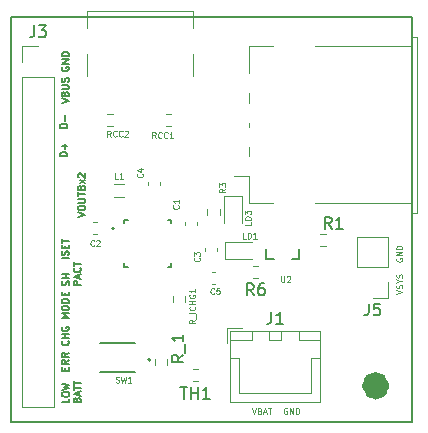
<source format=gto>
%TF.GenerationSoftware,KiCad,Pcbnew,7.0.2*%
%TF.CreationDate,2025-03-07T15:38:25-05:00*%
%TF.ProjectId,2nPM1100,326e504d-3131-4303-902e-6b696361645f,rev?*%
%TF.SameCoordinates,Original*%
%TF.FileFunction,Legend,Top*%
%TF.FilePolarity,Positive*%
%FSLAX46Y46*%
G04 Gerber Fmt 4.6, Leading zero omitted, Abs format (unit mm)*
G04 Created by KiCad (PCBNEW 7.0.2) date 2025-03-07 15:38:25*
%MOMM*%
%LPD*%
G01*
G04 APERTURE LIST*
%ADD10C,0.150000*%
%ADD11C,1.150000*%
%ADD12C,0.125000*%
%ADD13C,0.120000*%
%ADD14C,0.203200*%
%ADD15C,0.127000*%
%ADD16C,0.200000*%
G04 APERTURE END LIST*
D10*
X111379000Y-100330000D02*
X77470000Y-100330000D01*
D11*
X108906000Y-97282000D02*
G75*
G03*
X108906000Y-97282000I-575000J0D01*
G01*
D10*
X111379000Y-66040000D02*
X111379000Y-100330000D01*
X77470000Y-66040000D02*
X111379000Y-66040000D01*
X77470000Y-100330000D02*
X77470000Y-66040000D01*
X82365000Y-88785714D02*
X82393571Y-88700000D01*
X82393571Y-88700000D02*
X82393571Y-88557142D01*
X82393571Y-88557142D02*
X82365000Y-88500000D01*
X82365000Y-88500000D02*
X82336428Y-88471428D01*
X82336428Y-88471428D02*
X82279285Y-88442857D01*
X82279285Y-88442857D02*
X82222142Y-88442857D01*
X82222142Y-88442857D02*
X82165000Y-88471428D01*
X82165000Y-88471428D02*
X82136428Y-88500000D01*
X82136428Y-88500000D02*
X82107857Y-88557142D01*
X82107857Y-88557142D02*
X82079285Y-88671428D01*
X82079285Y-88671428D02*
X82050714Y-88728571D01*
X82050714Y-88728571D02*
X82022142Y-88757142D01*
X82022142Y-88757142D02*
X81965000Y-88785714D01*
X81965000Y-88785714D02*
X81907857Y-88785714D01*
X81907857Y-88785714D02*
X81850714Y-88757142D01*
X81850714Y-88757142D02*
X81822142Y-88728571D01*
X81822142Y-88728571D02*
X81793571Y-88671428D01*
X81793571Y-88671428D02*
X81793571Y-88528571D01*
X81793571Y-88528571D02*
X81822142Y-88442857D01*
X82393571Y-88185713D02*
X81793571Y-88185713D01*
X82079285Y-88185713D02*
X82079285Y-87842856D01*
X82393571Y-87842856D02*
X81793571Y-87842856D01*
X83365571Y-88757142D02*
X82765571Y-88757142D01*
X82765571Y-88757142D02*
X82765571Y-88528571D01*
X82765571Y-88528571D02*
X82794142Y-88471428D01*
X82794142Y-88471428D02*
X82822714Y-88442857D01*
X82822714Y-88442857D02*
X82879857Y-88414285D01*
X82879857Y-88414285D02*
X82965571Y-88414285D01*
X82965571Y-88414285D02*
X83022714Y-88442857D01*
X83022714Y-88442857D02*
X83051285Y-88471428D01*
X83051285Y-88471428D02*
X83079857Y-88528571D01*
X83079857Y-88528571D02*
X83079857Y-88757142D01*
X83194142Y-88185714D02*
X83194142Y-87900000D01*
X83365571Y-88242857D02*
X82765571Y-88042857D01*
X82765571Y-88042857D02*
X83365571Y-87842857D01*
X83308428Y-87299999D02*
X83337000Y-87328571D01*
X83337000Y-87328571D02*
X83365571Y-87414285D01*
X83365571Y-87414285D02*
X83365571Y-87471428D01*
X83365571Y-87471428D02*
X83337000Y-87557142D01*
X83337000Y-87557142D02*
X83279857Y-87614285D01*
X83279857Y-87614285D02*
X83222714Y-87642856D01*
X83222714Y-87642856D02*
X83108428Y-87671428D01*
X83108428Y-87671428D02*
X83022714Y-87671428D01*
X83022714Y-87671428D02*
X82908428Y-87642856D01*
X82908428Y-87642856D02*
X82851285Y-87614285D01*
X82851285Y-87614285D02*
X82794142Y-87557142D01*
X82794142Y-87557142D02*
X82765571Y-87471428D01*
X82765571Y-87471428D02*
X82765571Y-87414285D01*
X82765571Y-87414285D02*
X82794142Y-87328571D01*
X82794142Y-87328571D02*
X82822714Y-87299999D01*
X82765571Y-87128571D02*
X82765571Y-86785714D01*
X83365571Y-86957142D02*
X82765571Y-86957142D01*
X82222571Y-77835142D02*
X81622571Y-77835142D01*
X81622571Y-77835142D02*
X81622571Y-77692285D01*
X81622571Y-77692285D02*
X81651142Y-77606571D01*
X81651142Y-77606571D02*
X81708285Y-77549428D01*
X81708285Y-77549428D02*
X81765428Y-77520857D01*
X81765428Y-77520857D02*
X81879714Y-77492285D01*
X81879714Y-77492285D02*
X81965428Y-77492285D01*
X81965428Y-77492285D02*
X82079714Y-77520857D01*
X82079714Y-77520857D02*
X82136857Y-77549428D01*
X82136857Y-77549428D02*
X82194000Y-77606571D01*
X82194000Y-77606571D02*
X82222571Y-77692285D01*
X82222571Y-77692285D02*
X82222571Y-77835142D01*
X81994000Y-77235142D02*
X81994000Y-76778000D01*
X82222571Y-77006571D02*
X81765428Y-77006571D01*
X81778142Y-70281857D02*
X81749571Y-70339000D01*
X81749571Y-70339000D02*
X81749571Y-70424714D01*
X81749571Y-70424714D02*
X81778142Y-70510428D01*
X81778142Y-70510428D02*
X81835285Y-70567571D01*
X81835285Y-70567571D02*
X81892428Y-70596142D01*
X81892428Y-70596142D02*
X82006714Y-70624714D01*
X82006714Y-70624714D02*
X82092428Y-70624714D01*
X82092428Y-70624714D02*
X82206714Y-70596142D01*
X82206714Y-70596142D02*
X82263857Y-70567571D01*
X82263857Y-70567571D02*
X82321000Y-70510428D01*
X82321000Y-70510428D02*
X82349571Y-70424714D01*
X82349571Y-70424714D02*
X82349571Y-70367571D01*
X82349571Y-70367571D02*
X82321000Y-70281857D01*
X82321000Y-70281857D02*
X82292428Y-70253285D01*
X82292428Y-70253285D02*
X82092428Y-70253285D01*
X82092428Y-70253285D02*
X82092428Y-70367571D01*
X82349571Y-69996142D02*
X81749571Y-69996142D01*
X81749571Y-69996142D02*
X82349571Y-69653285D01*
X82349571Y-69653285D02*
X81749571Y-69653285D01*
X82349571Y-69367571D02*
X81749571Y-69367571D01*
X81749571Y-69367571D02*
X81749571Y-69224714D01*
X81749571Y-69224714D02*
X81778142Y-69139000D01*
X81778142Y-69139000D02*
X81835285Y-69081857D01*
X81835285Y-69081857D02*
X81892428Y-69053286D01*
X81892428Y-69053286D02*
X82006714Y-69024714D01*
X82006714Y-69024714D02*
X82092428Y-69024714D01*
X82092428Y-69024714D02*
X82206714Y-69053286D01*
X82206714Y-69053286D02*
X82263857Y-69081857D01*
X82263857Y-69081857D02*
X82321000Y-69139000D01*
X82321000Y-69139000D02*
X82349571Y-69224714D01*
X82349571Y-69224714D02*
X82349571Y-69367571D01*
X82349571Y-91551142D02*
X81749571Y-91551142D01*
X81749571Y-91551142D02*
X82178142Y-91351142D01*
X82178142Y-91351142D02*
X81749571Y-91151142D01*
X81749571Y-91151142D02*
X82349571Y-91151142D01*
X81749571Y-90751143D02*
X81749571Y-90636857D01*
X81749571Y-90636857D02*
X81778142Y-90579714D01*
X81778142Y-90579714D02*
X81835285Y-90522571D01*
X81835285Y-90522571D02*
X81949571Y-90494000D01*
X81949571Y-90494000D02*
X82149571Y-90494000D01*
X82149571Y-90494000D02*
X82263857Y-90522571D01*
X82263857Y-90522571D02*
X82321000Y-90579714D01*
X82321000Y-90579714D02*
X82349571Y-90636857D01*
X82349571Y-90636857D02*
X82349571Y-90751143D01*
X82349571Y-90751143D02*
X82321000Y-90808286D01*
X82321000Y-90808286D02*
X82263857Y-90865428D01*
X82263857Y-90865428D02*
X82149571Y-90894000D01*
X82149571Y-90894000D02*
X81949571Y-90894000D01*
X81949571Y-90894000D02*
X81835285Y-90865428D01*
X81835285Y-90865428D02*
X81778142Y-90808286D01*
X81778142Y-90808286D02*
X81749571Y-90751143D01*
X82349571Y-90236857D02*
X81749571Y-90236857D01*
X81749571Y-90236857D02*
X81749571Y-90094000D01*
X81749571Y-90094000D02*
X81778142Y-90008286D01*
X81778142Y-90008286D02*
X81835285Y-89951143D01*
X81835285Y-89951143D02*
X81892428Y-89922572D01*
X81892428Y-89922572D02*
X82006714Y-89894000D01*
X82006714Y-89894000D02*
X82092428Y-89894000D01*
X82092428Y-89894000D02*
X82206714Y-89922572D01*
X82206714Y-89922572D02*
X82263857Y-89951143D01*
X82263857Y-89951143D02*
X82321000Y-90008286D01*
X82321000Y-90008286D02*
X82349571Y-90094000D01*
X82349571Y-90094000D02*
X82349571Y-90236857D01*
X82035285Y-89636857D02*
X82035285Y-89436857D01*
X82349571Y-89351143D02*
X82349571Y-89636857D01*
X82349571Y-89636857D02*
X81749571Y-89636857D01*
X81749571Y-89636857D02*
X81749571Y-89351143D01*
X82393571Y-98377428D02*
X82393571Y-98663142D01*
X82393571Y-98663142D02*
X81793571Y-98663142D01*
X81793571Y-98063143D02*
X81793571Y-97948857D01*
X81793571Y-97948857D02*
X81822142Y-97891714D01*
X81822142Y-97891714D02*
X81879285Y-97834571D01*
X81879285Y-97834571D02*
X81993571Y-97806000D01*
X81993571Y-97806000D02*
X82193571Y-97806000D01*
X82193571Y-97806000D02*
X82307857Y-97834571D01*
X82307857Y-97834571D02*
X82365000Y-97891714D01*
X82365000Y-97891714D02*
X82393571Y-97948857D01*
X82393571Y-97948857D02*
X82393571Y-98063143D01*
X82393571Y-98063143D02*
X82365000Y-98120286D01*
X82365000Y-98120286D02*
X82307857Y-98177428D01*
X82307857Y-98177428D02*
X82193571Y-98206000D01*
X82193571Y-98206000D02*
X81993571Y-98206000D01*
X81993571Y-98206000D02*
X81879285Y-98177428D01*
X81879285Y-98177428D02*
X81822142Y-98120286D01*
X81822142Y-98120286D02*
X81793571Y-98063143D01*
X81793571Y-97606000D02*
X82393571Y-97463143D01*
X82393571Y-97463143D02*
X81965000Y-97348857D01*
X81965000Y-97348857D02*
X82393571Y-97234572D01*
X82393571Y-97234572D02*
X81793571Y-97091715D01*
X83051285Y-98463142D02*
X83079857Y-98377428D01*
X83079857Y-98377428D02*
X83108428Y-98348857D01*
X83108428Y-98348857D02*
X83165571Y-98320285D01*
X83165571Y-98320285D02*
X83251285Y-98320285D01*
X83251285Y-98320285D02*
X83308428Y-98348857D01*
X83308428Y-98348857D02*
X83337000Y-98377428D01*
X83337000Y-98377428D02*
X83365571Y-98434571D01*
X83365571Y-98434571D02*
X83365571Y-98663142D01*
X83365571Y-98663142D02*
X82765571Y-98663142D01*
X82765571Y-98663142D02*
X82765571Y-98463142D01*
X82765571Y-98463142D02*
X82794142Y-98406000D01*
X82794142Y-98406000D02*
X82822714Y-98377428D01*
X82822714Y-98377428D02*
X82879857Y-98348857D01*
X82879857Y-98348857D02*
X82937000Y-98348857D01*
X82937000Y-98348857D02*
X82994142Y-98377428D01*
X82994142Y-98377428D02*
X83022714Y-98406000D01*
X83022714Y-98406000D02*
X83051285Y-98463142D01*
X83051285Y-98463142D02*
X83051285Y-98663142D01*
X83194142Y-98091714D02*
X83194142Y-97806000D01*
X83365571Y-98148857D02*
X82765571Y-97948857D01*
X82765571Y-97948857D02*
X83365571Y-97748857D01*
X82765571Y-97634571D02*
X82765571Y-97291714D01*
X83365571Y-97463142D02*
X82765571Y-97463142D01*
X82765571Y-97177428D02*
X82765571Y-96834571D01*
X83365571Y-97005999D02*
X82765571Y-97005999D01*
D12*
X100838047Y-99196119D02*
X100790428Y-99172309D01*
X100790428Y-99172309D02*
X100718999Y-99172309D01*
X100718999Y-99172309D02*
X100647571Y-99196119D01*
X100647571Y-99196119D02*
X100599952Y-99243738D01*
X100599952Y-99243738D02*
X100576142Y-99291357D01*
X100576142Y-99291357D02*
X100552333Y-99386595D01*
X100552333Y-99386595D02*
X100552333Y-99458023D01*
X100552333Y-99458023D02*
X100576142Y-99553261D01*
X100576142Y-99553261D02*
X100599952Y-99600880D01*
X100599952Y-99600880D02*
X100647571Y-99648500D01*
X100647571Y-99648500D02*
X100718999Y-99672309D01*
X100718999Y-99672309D02*
X100766618Y-99672309D01*
X100766618Y-99672309D02*
X100838047Y-99648500D01*
X100838047Y-99648500D02*
X100861856Y-99624690D01*
X100861856Y-99624690D02*
X100861856Y-99458023D01*
X100861856Y-99458023D02*
X100766618Y-99458023D01*
X101076142Y-99672309D02*
X101076142Y-99172309D01*
X101076142Y-99172309D02*
X101361856Y-99672309D01*
X101361856Y-99672309D02*
X101361856Y-99172309D01*
X101599952Y-99672309D02*
X101599952Y-99172309D01*
X101599952Y-99172309D02*
X101719000Y-99172309D01*
X101719000Y-99172309D02*
X101790428Y-99196119D01*
X101790428Y-99196119D02*
X101838047Y-99243738D01*
X101838047Y-99243738D02*
X101861857Y-99291357D01*
X101861857Y-99291357D02*
X101885666Y-99386595D01*
X101885666Y-99386595D02*
X101885666Y-99458023D01*
X101885666Y-99458023D02*
X101861857Y-99553261D01*
X101861857Y-99553261D02*
X101838047Y-99600880D01*
X101838047Y-99600880D02*
X101790428Y-99648500D01*
X101790428Y-99648500D02*
X101719000Y-99672309D01*
X101719000Y-99672309D02*
X101599952Y-99672309D01*
X110094309Y-89503141D02*
X110594309Y-89336475D01*
X110594309Y-89336475D02*
X110094309Y-89169808D01*
X110570500Y-89026951D02*
X110594309Y-88955523D01*
X110594309Y-88955523D02*
X110594309Y-88836475D01*
X110594309Y-88836475D02*
X110570500Y-88788856D01*
X110570500Y-88788856D02*
X110546690Y-88765047D01*
X110546690Y-88765047D02*
X110499071Y-88741237D01*
X110499071Y-88741237D02*
X110451452Y-88741237D01*
X110451452Y-88741237D02*
X110403833Y-88765047D01*
X110403833Y-88765047D02*
X110380023Y-88788856D01*
X110380023Y-88788856D02*
X110356214Y-88836475D01*
X110356214Y-88836475D02*
X110332404Y-88931713D01*
X110332404Y-88931713D02*
X110308595Y-88979332D01*
X110308595Y-88979332D02*
X110284785Y-89003142D01*
X110284785Y-89003142D02*
X110237166Y-89026951D01*
X110237166Y-89026951D02*
X110189547Y-89026951D01*
X110189547Y-89026951D02*
X110141928Y-89003142D01*
X110141928Y-89003142D02*
X110118119Y-88979332D01*
X110118119Y-88979332D02*
X110094309Y-88931713D01*
X110094309Y-88931713D02*
X110094309Y-88812666D01*
X110094309Y-88812666D02*
X110118119Y-88741237D01*
X110356214Y-88431714D02*
X110594309Y-88431714D01*
X110094309Y-88598380D02*
X110356214Y-88431714D01*
X110356214Y-88431714D02*
X110094309Y-88265047D01*
X110570500Y-88122190D02*
X110594309Y-88050762D01*
X110594309Y-88050762D02*
X110594309Y-87931714D01*
X110594309Y-87931714D02*
X110570500Y-87884095D01*
X110570500Y-87884095D02*
X110546690Y-87860286D01*
X110546690Y-87860286D02*
X110499071Y-87836476D01*
X110499071Y-87836476D02*
X110451452Y-87836476D01*
X110451452Y-87836476D02*
X110403833Y-87860286D01*
X110403833Y-87860286D02*
X110380023Y-87884095D01*
X110380023Y-87884095D02*
X110356214Y-87931714D01*
X110356214Y-87931714D02*
X110332404Y-88026952D01*
X110332404Y-88026952D02*
X110308595Y-88074571D01*
X110308595Y-88074571D02*
X110284785Y-88098381D01*
X110284785Y-88098381D02*
X110237166Y-88122190D01*
X110237166Y-88122190D02*
X110189547Y-88122190D01*
X110189547Y-88122190D02*
X110141928Y-88098381D01*
X110141928Y-88098381D02*
X110118119Y-88074571D01*
X110118119Y-88074571D02*
X110094309Y-88026952D01*
X110094309Y-88026952D02*
X110094309Y-87907905D01*
X110094309Y-87907905D02*
X110118119Y-87836476D01*
D10*
X81749571Y-73348857D02*
X82349571Y-73148857D01*
X82349571Y-73148857D02*
X81749571Y-72948857D01*
X82035285Y-72548856D02*
X82063857Y-72463142D01*
X82063857Y-72463142D02*
X82092428Y-72434571D01*
X82092428Y-72434571D02*
X82149571Y-72405999D01*
X82149571Y-72405999D02*
X82235285Y-72405999D01*
X82235285Y-72405999D02*
X82292428Y-72434571D01*
X82292428Y-72434571D02*
X82321000Y-72463142D01*
X82321000Y-72463142D02*
X82349571Y-72520285D01*
X82349571Y-72520285D02*
X82349571Y-72748856D01*
X82349571Y-72748856D02*
X81749571Y-72748856D01*
X81749571Y-72748856D02*
X81749571Y-72548856D01*
X81749571Y-72548856D02*
X81778142Y-72491714D01*
X81778142Y-72491714D02*
X81806714Y-72463142D01*
X81806714Y-72463142D02*
X81863857Y-72434571D01*
X81863857Y-72434571D02*
X81921000Y-72434571D01*
X81921000Y-72434571D02*
X81978142Y-72463142D01*
X81978142Y-72463142D02*
X82006714Y-72491714D01*
X82006714Y-72491714D02*
X82035285Y-72548856D01*
X82035285Y-72548856D02*
X82035285Y-72748856D01*
X81749571Y-72148856D02*
X82235285Y-72148856D01*
X82235285Y-72148856D02*
X82292428Y-72120285D01*
X82292428Y-72120285D02*
X82321000Y-72091714D01*
X82321000Y-72091714D02*
X82349571Y-72034571D01*
X82349571Y-72034571D02*
X82349571Y-71920285D01*
X82349571Y-71920285D02*
X82321000Y-71863142D01*
X82321000Y-71863142D02*
X82292428Y-71834571D01*
X82292428Y-71834571D02*
X82235285Y-71805999D01*
X82235285Y-71805999D02*
X81749571Y-71805999D01*
X82321000Y-71548857D02*
X82349571Y-71463143D01*
X82349571Y-71463143D02*
X82349571Y-71320285D01*
X82349571Y-71320285D02*
X82321000Y-71263143D01*
X82321000Y-71263143D02*
X82292428Y-71234571D01*
X82292428Y-71234571D02*
X82235285Y-71206000D01*
X82235285Y-71206000D02*
X82178142Y-71206000D01*
X82178142Y-71206000D02*
X82121000Y-71234571D01*
X82121000Y-71234571D02*
X82092428Y-71263143D01*
X82092428Y-71263143D02*
X82063857Y-71320285D01*
X82063857Y-71320285D02*
X82035285Y-71434571D01*
X82035285Y-71434571D02*
X82006714Y-71491714D01*
X82006714Y-71491714D02*
X81978142Y-71520285D01*
X81978142Y-71520285D02*
X81921000Y-71548857D01*
X81921000Y-71548857D02*
X81863857Y-71548857D01*
X81863857Y-71548857D02*
X81806714Y-71520285D01*
X81806714Y-71520285D02*
X81778142Y-71491714D01*
X81778142Y-71491714D02*
X81749571Y-71434571D01*
X81749571Y-71434571D02*
X81749571Y-71291714D01*
X81749571Y-71291714D02*
X81778142Y-71206000D01*
X82292428Y-93494285D02*
X82321000Y-93522857D01*
X82321000Y-93522857D02*
X82349571Y-93608571D01*
X82349571Y-93608571D02*
X82349571Y-93665714D01*
X82349571Y-93665714D02*
X82321000Y-93751428D01*
X82321000Y-93751428D02*
X82263857Y-93808571D01*
X82263857Y-93808571D02*
X82206714Y-93837142D01*
X82206714Y-93837142D02*
X82092428Y-93865714D01*
X82092428Y-93865714D02*
X82006714Y-93865714D01*
X82006714Y-93865714D02*
X81892428Y-93837142D01*
X81892428Y-93837142D02*
X81835285Y-93808571D01*
X81835285Y-93808571D02*
X81778142Y-93751428D01*
X81778142Y-93751428D02*
X81749571Y-93665714D01*
X81749571Y-93665714D02*
X81749571Y-93608571D01*
X81749571Y-93608571D02*
X81778142Y-93522857D01*
X81778142Y-93522857D02*
X81806714Y-93494285D01*
X82349571Y-93237142D02*
X81749571Y-93237142D01*
X82035285Y-93237142D02*
X82035285Y-92894285D01*
X82349571Y-92894285D02*
X81749571Y-92894285D01*
X81778142Y-92294286D02*
X81749571Y-92351429D01*
X81749571Y-92351429D02*
X81749571Y-92437143D01*
X81749571Y-92437143D02*
X81778142Y-92522857D01*
X81778142Y-92522857D02*
X81835285Y-92580000D01*
X81835285Y-92580000D02*
X81892428Y-92608571D01*
X81892428Y-92608571D02*
X82006714Y-92637143D01*
X82006714Y-92637143D02*
X82092428Y-92637143D01*
X82092428Y-92637143D02*
X82206714Y-92608571D01*
X82206714Y-92608571D02*
X82263857Y-92580000D01*
X82263857Y-92580000D02*
X82321000Y-92522857D01*
X82321000Y-92522857D02*
X82349571Y-92437143D01*
X82349571Y-92437143D02*
X82349571Y-92380000D01*
X82349571Y-92380000D02*
X82321000Y-92294286D01*
X82321000Y-92294286D02*
X82292428Y-92265714D01*
X82292428Y-92265714D02*
X82092428Y-92265714D01*
X82092428Y-92265714D02*
X82092428Y-92380000D01*
D12*
X110118119Y-86486952D02*
X110094309Y-86534571D01*
X110094309Y-86534571D02*
X110094309Y-86606000D01*
X110094309Y-86606000D02*
X110118119Y-86677428D01*
X110118119Y-86677428D02*
X110165738Y-86725047D01*
X110165738Y-86725047D02*
X110213357Y-86748857D01*
X110213357Y-86748857D02*
X110308595Y-86772666D01*
X110308595Y-86772666D02*
X110380023Y-86772666D01*
X110380023Y-86772666D02*
X110475261Y-86748857D01*
X110475261Y-86748857D02*
X110522880Y-86725047D01*
X110522880Y-86725047D02*
X110570500Y-86677428D01*
X110570500Y-86677428D02*
X110594309Y-86606000D01*
X110594309Y-86606000D02*
X110594309Y-86558381D01*
X110594309Y-86558381D02*
X110570500Y-86486952D01*
X110570500Y-86486952D02*
X110546690Y-86463143D01*
X110546690Y-86463143D02*
X110380023Y-86463143D01*
X110380023Y-86463143D02*
X110380023Y-86558381D01*
X110594309Y-86248857D02*
X110094309Y-86248857D01*
X110094309Y-86248857D02*
X110594309Y-85963143D01*
X110594309Y-85963143D02*
X110094309Y-85963143D01*
X110594309Y-85725047D02*
X110094309Y-85725047D01*
X110094309Y-85725047D02*
X110094309Y-85605999D01*
X110094309Y-85605999D02*
X110118119Y-85534571D01*
X110118119Y-85534571D02*
X110165738Y-85486952D01*
X110165738Y-85486952D02*
X110213357Y-85463142D01*
X110213357Y-85463142D02*
X110308595Y-85439333D01*
X110308595Y-85439333D02*
X110380023Y-85439333D01*
X110380023Y-85439333D02*
X110475261Y-85463142D01*
X110475261Y-85463142D02*
X110522880Y-85486952D01*
X110522880Y-85486952D02*
X110570500Y-85534571D01*
X110570500Y-85534571D02*
X110594309Y-85605999D01*
X110594309Y-85605999D02*
X110594309Y-85725047D01*
D10*
X82349571Y-86471142D02*
X81749571Y-86471142D01*
X82321000Y-86214000D02*
X82349571Y-86128286D01*
X82349571Y-86128286D02*
X82349571Y-85985428D01*
X82349571Y-85985428D02*
X82321000Y-85928286D01*
X82321000Y-85928286D02*
X82292428Y-85899714D01*
X82292428Y-85899714D02*
X82235285Y-85871143D01*
X82235285Y-85871143D02*
X82178142Y-85871143D01*
X82178142Y-85871143D02*
X82121000Y-85899714D01*
X82121000Y-85899714D02*
X82092428Y-85928286D01*
X82092428Y-85928286D02*
X82063857Y-85985428D01*
X82063857Y-85985428D02*
X82035285Y-86099714D01*
X82035285Y-86099714D02*
X82006714Y-86156857D01*
X82006714Y-86156857D02*
X81978142Y-86185428D01*
X81978142Y-86185428D02*
X81921000Y-86214000D01*
X81921000Y-86214000D02*
X81863857Y-86214000D01*
X81863857Y-86214000D02*
X81806714Y-86185428D01*
X81806714Y-86185428D02*
X81778142Y-86156857D01*
X81778142Y-86156857D02*
X81749571Y-86099714D01*
X81749571Y-86099714D02*
X81749571Y-85956857D01*
X81749571Y-85956857D02*
X81778142Y-85871143D01*
X82035285Y-85613999D02*
X82035285Y-85413999D01*
X82349571Y-85328285D02*
X82349571Y-85613999D01*
X82349571Y-85613999D02*
X81749571Y-85613999D01*
X81749571Y-85613999D02*
X81749571Y-85328285D01*
X81749571Y-85156857D02*
X81749571Y-84814000D01*
X82349571Y-84985428D02*
X81749571Y-84985428D01*
D12*
X97857572Y-99172309D02*
X98024238Y-99672309D01*
X98024238Y-99672309D02*
X98190905Y-99172309D01*
X98524238Y-99410404D02*
X98595666Y-99434214D01*
X98595666Y-99434214D02*
X98619476Y-99458023D01*
X98619476Y-99458023D02*
X98643285Y-99505642D01*
X98643285Y-99505642D02*
X98643285Y-99577071D01*
X98643285Y-99577071D02*
X98619476Y-99624690D01*
X98619476Y-99624690D02*
X98595666Y-99648500D01*
X98595666Y-99648500D02*
X98548047Y-99672309D01*
X98548047Y-99672309D02*
X98357571Y-99672309D01*
X98357571Y-99672309D02*
X98357571Y-99172309D01*
X98357571Y-99172309D02*
X98524238Y-99172309D01*
X98524238Y-99172309D02*
X98571857Y-99196119D01*
X98571857Y-99196119D02*
X98595666Y-99219928D01*
X98595666Y-99219928D02*
X98619476Y-99267547D01*
X98619476Y-99267547D02*
X98619476Y-99315166D01*
X98619476Y-99315166D02*
X98595666Y-99362785D01*
X98595666Y-99362785D02*
X98571857Y-99386595D01*
X98571857Y-99386595D02*
X98524238Y-99410404D01*
X98524238Y-99410404D02*
X98357571Y-99410404D01*
X98833762Y-99529452D02*
X99071857Y-99529452D01*
X98786143Y-99672309D02*
X98952809Y-99172309D01*
X98952809Y-99172309D02*
X99119476Y-99672309D01*
X99214714Y-99172309D02*
X99500428Y-99172309D01*
X99357571Y-99672309D02*
X99357571Y-99172309D01*
D10*
X82035285Y-95996142D02*
X82035285Y-95796142D01*
X82349571Y-95710428D02*
X82349571Y-95996142D01*
X82349571Y-95996142D02*
X81749571Y-95996142D01*
X81749571Y-95996142D02*
X81749571Y-95710428D01*
X82349571Y-95110428D02*
X82063857Y-95310428D01*
X82349571Y-95453285D02*
X81749571Y-95453285D01*
X81749571Y-95453285D02*
X81749571Y-95224714D01*
X81749571Y-95224714D02*
X81778142Y-95167571D01*
X81778142Y-95167571D02*
X81806714Y-95139000D01*
X81806714Y-95139000D02*
X81863857Y-95110428D01*
X81863857Y-95110428D02*
X81949571Y-95110428D01*
X81949571Y-95110428D02*
X82006714Y-95139000D01*
X82006714Y-95139000D02*
X82035285Y-95167571D01*
X82035285Y-95167571D02*
X82063857Y-95224714D01*
X82063857Y-95224714D02*
X82063857Y-95453285D01*
X82349571Y-94510428D02*
X82063857Y-94710428D01*
X82349571Y-94853285D02*
X81749571Y-94853285D01*
X81749571Y-94853285D02*
X81749571Y-94624714D01*
X81749571Y-94624714D02*
X81778142Y-94567571D01*
X81778142Y-94567571D02*
X81806714Y-94539000D01*
X81806714Y-94539000D02*
X81863857Y-94510428D01*
X81863857Y-94510428D02*
X81949571Y-94510428D01*
X81949571Y-94510428D02*
X82006714Y-94539000D01*
X82006714Y-94539000D02*
X82035285Y-94567571D01*
X82035285Y-94567571D02*
X82063857Y-94624714D01*
X82063857Y-94624714D02*
X82063857Y-94853285D01*
X83146571Y-83000857D02*
X83746571Y-82800857D01*
X83746571Y-82800857D02*
X83146571Y-82600857D01*
X83146571Y-82286571D02*
X83146571Y-82172285D01*
X83146571Y-82172285D02*
X83175142Y-82115142D01*
X83175142Y-82115142D02*
X83232285Y-82057999D01*
X83232285Y-82057999D02*
X83346571Y-82029428D01*
X83346571Y-82029428D02*
X83546571Y-82029428D01*
X83546571Y-82029428D02*
X83660857Y-82057999D01*
X83660857Y-82057999D02*
X83718000Y-82115142D01*
X83718000Y-82115142D02*
X83746571Y-82172285D01*
X83746571Y-82172285D02*
X83746571Y-82286571D01*
X83746571Y-82286571D02*
X83718000Y-82343714D01*
X83718000Y-82343714D02*
X83660857Y-82400856D01*
X83660857Y-82400856D02*
X83546571Y-82429428D01*
X83546571Y-82429428D02*
X83346571Y-82429428D01*
X83346571Y-82429428D02*
X83232285Y-82400856D01*
X83232285Y-82400856D02*
X83175142Y-82343714D01*
X83175142Y-82343714D02*
X83146571Y-82286571D01*
X83146571Y-81772285D02*
X83632285Y-81772285D01*
X83632285Y-81772285D02*
X83689428Y-81743714D01*
X83689428Y-81743714D02*
X83718000Y-81715143D01*
X83718000Y-81715143D02*
X83746571Y-81658000D01*
X83746571Y-81658000D02*
X83746571Y-81543714D01*
X83746571Y-81543714D02*
X83718000Y-81486571D01*
X83718000Y-81486571D02*
X83689428Y-81458000D01*
X83689428Y-81458000D02*
X83632285Y-81429428D01*
X83632285Y-81429428D02*
X83146571Y-81429428D01*
X83146571Y-81229429D02*
X83146571Y-80886572D01*
X83746571Y-81058000D02*
X83146571Y-81058000D01*
X83432285Y-80486571D02*
X83460857Y-80400857D01*
X83460857Y-80400857D02*
X83489428Y-80372286D01*
X83489428Y-80372286D02*
X83546571Y-80343714D01*
X83546571Y-80343714D02*
X83632285Y-80343714D01*
X83632285Y-80343714D02*
X83689428Y-80372286D01*
X83689428Y-80372286D02*
X83718000Y-80400857D01*
X83718000Y-80400857D02*
X83746571Y-80458000D01*
X83746571Y-80458000D02*
X83746571Y-80686571D01*
X83746571Y-80686571D02*
X83146571Y-80686571D01*
X83146571Y-80686571D02*
X83146571Y-80486571D01*
X83146571Y-80486571D02*
X83175142Y-80429429D01*
X83175142Y-80429429D02*
X83203714Y-80400857D01*
X83203714Y-80400857D02*
X83260857Y-80372286D01*
X83260857Y-80372286D02*
X83318000Y-80372286D01*
X83318000Y-80372286D02*
X83375142Y-80400857D01*
X83375142Y-80400857D02*
X83403714Y-80429429D01*
X83403714Y-80429429D02*
X83432285Y-80486571D01*
X83432285Y-80486571D02*
X83432285Y-80686571D01*
X83746571Y-80143714D02*
X83346571Y-79829429D01*
X83346571Y-80143714D02*
X83746571Y-79829429D01*
X83203714Y-79629429D02*
X83175142Y-79600857D01*
X83175142Y-79600857D02*
X83146571Y-79543715D01*
X83146571Y-79543715D02*
X83146571Y-79400857D01*
X83146571Y-79400857D02*
X83175142Y-79343715D01*
X83175142Y-79343715D02*
X83203714Y-79315143D01*
X83203714Y-79315143D02*
X83260857Y-79286572D01*
X83260857Y-79286572D02*
X83318000Y-79286572D01*
X83318000Y-79286572D02*
X83403714Y-79315143D01*
X83403714Y-79315143D02*
X83746571Y-79658000D01*
X83746571Y-79658000D02*
X83746571Y-79286572D01*
X82222571Y-75422142D02*
X81622571Y-75422142D01*
X81622571Y-75422142D02*
X81622571Y-75279285D01*
X81622571Y-75279285D02*
X81651142Y-75193571D01*
X81651142Y-75193571D02*
X81708285Y-75136428D01*
X81708285Y-75136428D02*
X81765428Y-75107857D01*
X81765428Y-75107857D02*
X81879714Y-75079285D01*
X81879714Y-75079285D02*
X81965428Y-75079285D01*
X81965428Y-75079285D02*
X82079714Y-75107857D01*
X82079714Y-75107857D02*
X82136857Y-75136428D01*
X82136857Y-75136428D02*
X82194000Y-75193571D01*
X82194000Y-75193571D02*
X82222571Y-75279285D01*
X82222571Y-75279285D02*
X82222571Y-75422142D01*
X81994000Y-74822142D02*
X81994000Y-74365000D01*
D12*
%TO.C,R3*%
X95608309Y-80601333D02*
X95370214Y-80767999D01*
X95608309Y-80887047D02*
X95108309Y-80887047D01*
X95108309Y-80887047D02*
X95108309Y-80696571D01*
X95108309Y-80696571D02*
X95132119Y-80648952D01*
X95132119Y-80648952D02*
X95155928Y-80625142D01*
X95155928Y-80625142D02*
X95203547Y-80601333D01*
X95203547Y-80601333D02*
X95274976Y-80601333D01*
X95274976Y-80601333D02*
X95322595Y-80625142D01*
X95322595Y-80625142D02*
X95346404Y-80648952D01*
X95346404Y-80648952D02*
X95370214Y-80696571D01*
X95370214Y-80696571D02*
X95370214Y-80887047D01*
X95108309Y-80434666D02*
X95108309Y-80125142D01*
X95108309Y-80125142D02*
X95298785Y-80291809D01*
X95298785Y-80291809D02*
X95298785Y-80220380D01*
X95298785Y-80220380D02*
X95322595Y-80172761D01*
X95322595Y-80172761D02*
X95346404Y-80148952D01*
X95346404Y-80148952D02*
X95394023Y-80125142D01*
X95394023Y-80125142D02*
X95513071Y-80125142D01*
X95513071Y-80125142D02*
X95560690Y-80148952D01*
X95560690Y-80148952D02*
X95584500Y-80172761D01*
X95584500Y-80172761D02*
X95608309Y-80220380D01*
X95608309Y-80220380D02*
X95608309Y-80363237D01*
X95608309Y-80363237D02*
X95584500Y-80410856D01*
X95584500Y-80410856D02*
X95560690Y-80434666D01*
%TO.C,C5*%
X94658666Y-89464690D02*
X94634857Y-89488500D01*
X94634857Y-89488500D02*
X94563428Y-89512309D01*
X94563428Y-89512309D02*
X94515809Y-89512309D01*
X94515809Y-89512309D02*
X94444381Y-89488500D01*
X94444381Y-89488500D02*
X94396762Y-89440880D01*
X94396762Y-89440880D02*
X94372952Y-89393261D01*
X94372952Y-89393261D02*
X94349143Y-89298023D01*
X94349143Y-89298023D02*
X94349143Y-89226595D01*
X94349143Y-89226595D02*
X94372952Y-89131357D01*
X94372952Y-89131357D02*
X94396762Y-89083738D01*
X94396762Y-89083738D02*
X94444381Y-89036119D01*
X94444381Y-89036119D02*
X94515809Y-89012309D01*
X94515809Y-89012309D02*
X94563428Y-89012309D01*
X94563428Y-89012309D02*
X94634857Y-89036119D01*
X94634857Y-89036119D02*
X94658666Y-89059928D01*
X95111047Y-89012309D02*
X94872952Y-89012309D01*
X94872952Y-89012309D02*
X94849143Y-89250404D01*
X94849143Y-89250404D02*
X94872952Y-89226595D01*
X94872952Y-89226595D02*
X94920571Y-89202785D01*
X94920571Y-89202785D02*
X95039619Y-89202785D01*
X95039619Y-89202785D02*
X95087238Y-89226595D01*
X95087238Y-89226595D02*
X95111047Y-89250404D01*
X95111047Y-89250404D02*
X95134857Y-89298023D01*
X95134857Y-89298023D02*
X95134857Y-89417071D01*
X95134857Y-89417071D02*
X95111047Y-89464690D01*
X95111047Y-89464690D02*
X95087238Y-89488500D01*
X95087238Y-89488500D02*
X95039619Y-89512309D01*
X95039619Y-89512309D02*
X94920571Y-89512309D01*
X94920571Y-89512309D02*
X94872952Y-89488500D01*
X94872952Y-89488500D02*
X94849143Y-89464690D01*
%TO.C,U2*%
X100330047Y-87996309D02*
X100330047Y-88401071D01*
X100330047Y-88401071D02*
X100353857Y-88448690D01*
X100353857Y-88448690D02*
X100377666Y-88472500D01*
X100377666Y-88472500D02*
X100425285Y-88496309D01*
X100425285Y-88496309D02*
X100520523Y-88496309D01*
X100520523Y-88496309D02*
X100568142Y-88472500D01*
X100568142Y-88472500D02*
X100591952Y-88448690D01*
X100591952Y-88448690D02*
X100615761Y-88401071D01*
X100615761Y-88401071D02*
X100615761Y-87996309D01*
X100830048Y-88043928D02*
X100853857Y-88020119D01*
X100853857Y-88020119D02*
X100901476Y-87996309D01*
X100901476Y-87996309D02*
X101020524Y-87996309D01*
X101020524Y-87996309D02*
X101068143Y-88020119D01*
X101068143Y-88020119D02*
X101091952Y-88043928D01*
X101091952Y-88043928D02*
X101115762Y-88091547D01*
X101115762Y-88091547D02*
X101115762Y-88139166D01*
X101115762Y-88139166D02*
X101091952Y-88210595D01*
X101091952Y-88210595D02*
X100806238Y-88496309D01*
X100806238Y-88496309D02*
X101115762Y-88496309D01*
%TO.C,SW1*%
X86328334Y-96981500D02*
X86399762Y-97005309D01*
X86399762Y-97005309D02*
X86518810Y-97005309D01*
X86518810Y-97005309D02*
X86566429Y-96981500D01*
X86566429Y-96981500D02*
X86590238Y-96957690D01*
X86590238Y-96957690D02*
X86614048Y-96910071D01*
X86614048Y-96910071D02*
X86614048Y-96862452D01*
X86614048Y-96862452D02*
X86590238Y-96814833D01*
X86590238Y-96814833D02*
X86566429Y-96791023D01*
X86566429Y-96791023D02*
X86518810Y-96767214D01*
X86518810Y-96767214D02*
X86423572Y-96743404D01*
X86423572Y-96743404D02*
X86375953Y-96719595D01*
X86375953Y-96719595D02*
X86352143Y-96695785D01*
X86352143Y-96695785D02*
X86328334Y-96648166D01*
X86328334Y-96648166D02*
X86328334Y-96600547D01*
X86328334Y-96600547D02*
X86352143Y-96552928D01*
X86352143Y-96552928D02*
X86375953Y-96529119D01*
X86375953Y-96529119D02*
X86423572Y-96505309D01*
X86423572Y-96505309D02*
X86542619Y-96505309D01*
X86542619Y-96505309D02*
X86614048Y-96529119D01*
X86780714Y-96505309D02*
X86899762Y-97005309D01*
X86899762Y-97005309D02*
X86995000Y-96648166D01*
X86995000Y-96648166D02*
X87090238Y-97005309D01*
X87090238Y-97005309D02*
X87209286Y-96505309D01*
X87661667Y-97005309D02*
X87375953Y-97005309D01*
X87518810Y-97005309D02*
X87518810Y-96505309D01*
X87518810Y-96505309D02*
X87471191Y-96576738D01*
X87471191Y-96576738D02*
X87423572Y-96624357D01*
X87423572Y-96624357D02*
X87375953Y-96648166D01*
%TO.C,LD1*%
X97328959Y-84812602D02*
X97090864Y-84812602D01*
X97090864Y-84812602D02*
X97090864Y-84312602D01*
X97495626Y-84812602D02*
X97495626Y-84312602D01*
X97495626Y-84312602D02*
X97614674Y-84312602D01*
X97614674Y-84312602D02*
X97686102Y-84336412D01*
X97686102Y-84336412D02*
X97733721Y-84384031D01*
X97733721Y-84384031D02*
X97757531Y-84431650D01*
X97757531Y-84431650D02*
X97781340Y-84526888D01*
X97781340Y-84526888D02*
X97781340Y-84598316D01*
X97781340Y-84598316D02*
X97757531Y-84693554D01*
X97757531Y-84693554D02*
X97733721Y-84741173D01*
X97733721Y-84741173D02*
X97686102Y-84788793D01*
X97686102Y-84788793D02*
X97614674Y-84812602D01*
X97614674Y-84812602D02*
X97495626Y-84812602D01*
X98257531Y-84812602D02*
X97971817Y-84812602D01*
X98114674Y-84812602D02*
X98114674Y-84312602D01*
X98114674Y-84312602D02*
X98067055Y-84384031D01*
X98067055Y-84384031D02*
X98019436Y-84431650D01*
X98019436Y-84431650D02*
X97971817Y-84455459D01*
%TO.C,C2*%
X84498666Y-85400690D02*
X84474857Y-85424500D01*
X84474857Y-85424500D02*
X84403428Y-85448309D01*
X84403428Y-85448309D02*
X84355809Y-85448309D01*
X84355809Y-85448309D02*
X84284381Y-85424500D01*
X84284381Y-85424500D02*
X84236762Y-85376880D01*
X84236762Y-85376880D02*
X84212952Y-85329261D01*
X84212952Y-85329261D02*
X84189143Y-85234023D01*
X84189143Y-85234023D02*
X84189143Y-85162595D01*
X84189143Y-85162595D02*
X84212952Y-85067357D01*
X84212952Y-85067357D02*
X84236762Y-85019738D01*
X84236762Y-85019738D02*
X84284381Y-84972119D01*
X84284381Y-84972119D02*
X84355809Y-84948309D01*
X84355809Y-84948309D02*
X84403428Y-84948309D01*
X84403428Y-84948309D02*
X84474857Y-84972119D01*
X84474857Y-84972119D02*
X84498666Y-84995928D01*
X84689143Y-84995928D02*
X84712952Y-84972119D01*
X84712952Y-84972119D02*
X84760571Y-84948309D01*
X84760571Y-84948309D02*
X84879619Y-84948309D01*
X84879619Y-84948309D02*
X84927238Y-84972119D01*
X84927238Y-84972119D02*
X84951047Y-84995928D01*
X84951047Y-84995928D02*
X84974857Y-85043547D01*
X84974857Y-85043547D02*
X84974857Y-85091166D01*
X84974857Y-85091166D02*
X84951047Y-85162595D01*
X84951047Y-85162595D02*
X84665333Y-85448309D01*
X84665333Y-85448309D02*
X84974857Y-85448309D01*
%TO.C,LD3*%
X97767309Y-83391333D02*
X97767309Y-83629428D01*
X97767309Y-83629428D02*
X97267309Y-83629428D01*
X97767309Y-83224666D02*
X97267309Y-83224666D01*
X97267309Y-83224666D02*
X97267309Y-83105618D01*
X97267309Y-83105618D02*
X97291119Y-83034190D01*
X97291119Y-83034190D02*
X97338738Y-82986571D01*
X97338738Y-82986571D02*
X97386357Y-82962761D01*
X97386357Y-82962761D02*
X97481595Y-82938952D01*
X97481595Y-82938952D02*
X97553023Y-82938952D01*
X97553023Y-82938952D02*
X97648261Y-82962761D01*
X97648261Y-82962761D02*
X97695880Y-82986571D01*
X97695880Y-82986571D02*
X97743500Y-83034190D01*
X97743500Y-83034190D02*
X97767309Y-83105618D01*
X97767309Y-83105618D02*
X97767309Y-83224666D01*
X97267309Y-82772285D02*
X97267309Y-82462761D01*
X97267309Y-82462761D02*
X97457785Y-82629428D01*
X97457785Y-82629428D02*
X97457785Y-82557999D01*
X97457785Y-82557999D02*
X97481595Y-82510380D01*
X97481595Y-82510380D02*
X97505404Y-82486571D01*
X97505404Y-82486571D02*
X97553023Y-82462761D01*
X97553023Y-82462761D02*
X97672071Y-82462761D01*
X97672071Y-82462761D02*
X97719690Y-82486571D01*
X97719690Y-82486571D02*
X97743500Y-82510380D01*
X97743500Y-82510380D02*
X97767309Y-82557999D01*
X97767309Y-82557999D02*
X97767309Y-82700856D01*
X97767309Y-82700856D02*
X97743500Y-82748475D01*
X97743500Y-82748475D02*
X97719690Y-82772285D01*
D10*
%TO.C,R1*%
X104608333Y-83995619D02*
X104275000Y-83519428D01*
X104036905Y-83995619D02*
X104036905Y-82995619D01*
X104036905Y-82995619D02*
X104417857Y-82995619D01*
X104417857Y-82995619D02*
X104513095Y-83043238D01*
X104513095Y-83043238D02*
X104560714Y-83090857D01*
X104560714Y-83090857D02*
X104608333Y-83186095D01*
X104608333Y-83186095D02*
X104608333Y-83328952D01*
X104608333Y-83328952D02*
X104560714Y-83424190D01*
X104560714Y-83424190D02*
X104513095Y-83471809D01*
X104513095Y-83471809D02*
X104417857Y-83519428D01*
X104417857Y-83519428D02*
X104036905Y-83519428D01*
X105560714Y-83995619D02*
X104989286Y-83995619D01*
X105275000Y-83995619D02*
X105275000Y-82995619D01*
X105275000Y-82995619D02*
X105179762Y-83138476D01*
X105179762Y-83138476D02*
X105084524Y-83233714D01*
X105084524Y-83233714D02*
X104989286Y-83281333D01*
%TO.C,J1*%
X99508666Y-91035619D02*
X99508666Y-91749904D01*
X99508666Y-91749904D02*
X99461047Y-91892761D01*
X99461047Y-91892761D02*
X99365809Y-91988000D01*
X99365809Y-91988000D02*
X99222952Y-92035619D01*
X99222952Y-92035619D02*
X99127714Y-92035619D01*
X100508666Y-92035619D02*
X99937238Y-92035619D01*
X100222952Y-92035619D02*
X100222952Y-91035619D01*
X100222952Y-91035619D02*
X100127714Y-91178476D01*
X100127714Y-91178476D02*
X100032476Y-91273714D01*
X100032476Y-91273714D02*
X99937238Y-91321333D01*
%TO.C,R_1*%
X92062619Y-94654619D02*
X91586428Y-94987952D01*
X92062619Y-95226047D02*
X91062619Y-95226047D01*
X91062619Y-95226047D02*
X91062619Y-94845095D01*
X91062619Y-94845095D02*
X91110238Y-94749857D01*
X91110238Y-94749857D02*
X91157857Y-94702238D01*
X91157857Y-94702238D02*
X91253095Y-94654619D01*
X91253095Y-94654619D02*
X91395952Y-94654619D01*
X91395952Y-94654619D02*
X91491190Y-94702238D01*
X91491190Y-94702238D02*
X91538809Y-94749857D01*
X91538809Y-94749857D02*
X91586428Y-94845095D01*
X91586428Y-94845095D02*
X91586428Y-95226047D01*
X92157857Y-94464143D02*
X92157857Y-93702238D01*
X92062619Y-92940333D02*
X92062619Y-93511761D01*
X92062619Y-93226047D02*
X91062619Y-93226047D01*
X91062619Y-93226047D02*
X91205476Y-93321285D01*
X91205476Y-93321285D02*
X91300714Y-93416523D01*
X91300714Y-93416523D02*
X91348333Y-93511761D01*
D12*
%TO.C,L1*%
X86530666Y-79733309D02*
X86292571Y-79733309D01*
X86292571Y-79733309D02*
X86292571Y-79233309D01*
X86959238Y-79733309D02*
X86673524Y-79733309D01*
X86816381Y-79733309D02*
X86816381Y-79233309D01*
X86816381Y-79233309D02*
X86768762Y-79304738D01*
X86768762Y-79304738D02*
X86721143Y-79352357D01*
X86721143Y-79352357D02*
X86673524Y-79376166D01*
%TO.C,RCC1*%
X89713666Y-76304309D02*
X89547000Y-76066214D01*
X89427952Y-76304309D02*
X89427952Y-75804309D01*
X89427952Y-75804309D02*
X89618428Y-75804309D01*
X89618428Y-75804309D02*
X89666047Y-75828119D01*
X89666047Y-75828119D02*
X89689857Y-75851928D01*
X89689857Y-75851928D02*
X89713666Y-75899547D01*
X89713666Y-75899547D02*
X89713666Y-75970976D01*
X89713666Y-75970976D02*
X89689857Y-76018595D01*
X89689857Y-76018595D02*
X89666047Y-76042404D01*
X89666047Y-76042404D02*
X89618428Y-76066214D01*
X89618428Y-76066214D02*
X89427952Y-76066214D01*
X90213666Y-76256690D02*
X90189857Y-76280500D01*
X90189857Y-76280500D02*
X90118428Y-76304309D01*
X90118428Y-76304309D02*
X90070809Y-76304309D01*
X90070809Y-76304309D02*
X89999381Y-76280500D01*
X89999381Y-76280500D02*
X89951762Y-76232880D01*
X89951762Y-76232880D02*
X89927952Y-76185261D01*
X89927952Y-76185261D02*
X89904143Y-76090023D01*
X89904143Y-76090023D02*
X89904143Y-76018595D01*
X89904143Y-76018595D02*
X89927952Y-75923357D01*
X89927952Y-75923357D02*
X89951762Y-75875738D01*
X89951762Y-75875738D02*
X89999381Y-75828119D01*
X89999381Y-75828119D02*
X90070809Y-75804309D01*
X90070809Y-75804309D02*
X90118428Y-75804309D01*
X90118428Y-75804309D02*
X90189857Y-75828119D01*
X90189857Y-75828119D02*
X90213666Y-75851928D01*
X90713666Y-76256690D02*
X90689857Y-76280500D01*
X90689857Y-76280500D02*
X90618428Y-76304309D01*
X90618428Y-76304309D02*
X90570809Y-76304309D01*
X90570809Y-76304309D02*
X90499381Y-76280500D01*
X90499381Y-76280500D02*
X90451762Y-76232880D01*
X90451762Y-76232880D02*
X90427952Y-76185261D01*
X90427952Y-76185261D02*
X90404143Y-76090023D01*
X90404143Y-76090023D02*
X90404143Y-76018595D01*
X90404143Y-76018595D02*
X90427952Y-75923357D01*
X90427952Y-75923357D02*
X90451762Y-75875738D01*
X90451762Y-75875738D02*
X90499381Y-75828119D01*
X90499381Y-75828119D02*
X90570809Y-75804309D01*
X90570809Y-75804309D02*
X90618428Y-75804309D01*
X90618428Y-75804309D02*
X90689857Y-75828119D01*
X90689857Y-75828119D02*
X90713666Y-75851928D01*
X91189857Y-76304309D02*
X90904143Y-76304309D01*
X91047000Y-76304309D02*
X91047000Y-75804309D01*
X91047000Y-75804309D02*
X90999381Y-75875738D01*
X90999381Y-75875738D02*
X90951762Y-75923357D01*
X90951762Y-75923357D02*
X90904143Y-75947166D01*
%TO.C,C1*%
X91623690Y-81998333D02*
X91647500Y-82022142D01*
X91647500Y-82022142D02*
X91671309Y-82093571D01*
X91671309Y-82093571D02*
X91671309Y-82141190D01*
X91671309Y-82141190D02*
X91647500Y-82212618D01*
X91647500Y-82212618D02*
X91599880Y-82260237D01*
X91599880Y-82260237D02*
X91552261Y-82284047D01*
X91552261Y-82284047D02*
X91457023Y-82307856D01*
X91457023Y-82307856D02*
X91385595Y-82307856D01*
X91385595Y-82307856D02*
X91290357Y-82284047D01*
X91290357Y-82284047D02*
X91242738Y-82260237D01*
X91242738Y-82260237D02*
X91195119Y-82212618D01*
X91195119Y-82212618D02*
X91171309Y-82141190D01*
X91171309Y-82141190D02*
X91171309Y-82093571D01*
X91171309Y-82093571D02*
X91195119Y-82022142D01*
X91195119Y-82022142D02*
X91218928Y-81998333D01*
X91671309Y-81522142D02*
X91671309Y-81807856D01*
X91671309Y-81664999D02*
X91171309Y-81664999D01*
X91171309Y-81664999D02*
X91242738Y-81712618D01*
X91242738Y-81712618D02*
X91290357Y-81760237D01*
X91290357Y-81760237D02*
X91314166Y-81807856D01*
%TO.C,RCC2*%
X85903666Y-76177309D02*
X85737000Y-75939214D01*
X85617952Y-76177309D02*
X85617952Y-75677309D01*
X85617952Y-75677309D02*
X85808428Y-75677309D01*
X85808428Y-75677309D02*
X85856047Y-75701119D01*
X85856047Y-75701119D02*
X85879857Y-75724928D01*
X85879857Y-75724928D02*
X85903666Y-75772547D01*
X85903666Y-75772547D02*
X85903666Y-75843976D01*
X85903666Y-75843976D02*
X85879857Y-75891595D01*
X85879857Y-75891595D02*
X85856047Y-75915404D01*
X85856047Y-75915404D02*
X85808428Y-75939214D01*
X85808428Y-75939214D02*
X85617952Y-75939214D01*
X86403666Y-76129690D02*
X86379857Y-76153500D01*
X86379857Y-76153500D02*
X86308428Y-76177309D01*
X86308428Y-76177309D02*
X86260809Y-76177309D01*
X86260809Y-76177309D02*
X86189381Y-76153500D01*
X86189381Y-76153500D02*
X86141762Y-76105880D01*
X86141762Y-76105880D02*
X86117952Y-76058261D01*
X86117952Y-76058261D02*
X86094143Y-75963023D01*
X86094143Y-75963023D02*
X86094143Y-75891595D01*
X86094143Y-75891595D02*
X86117952Y-75796357D01*
X86117952Y-75796357D02*
X86141762Y-75748738D01*
X86141762Y-75748738D02*
X86189381Y-75701119D01*
X86189381Y-75701119D02*
X86260809Y-75677309D01*
X86260809Y-75677309D02*
X86308428Y-75677309D01*
X86308428Y-75677309D02*
X86379857Y-75701119D01*
X86379857Y-75701119D02*
X86403666Y-75724928D01*
X86903666Y-76129690D02*
X86879857Y-76153500D01*
X86879857Y-76153500D02*
X86808428Y-76177309D01*
X86808428Y-76177309D02*
X86760809Y-76177309D01*
X86760809Y-76177309D02*
X86689381Y-76153500D01*
X86689381Y-76153500D02*
X86641762Y-76105880D01*
X86641762Y-76105880D02*
X86617952Y-76058261D01*
X86617952Y-76058261D02*
X86594143Y-75963023D01*
X86594143Y-75963023D02*
X86594143Y-75891595D01*
X86594143Y-75891595D02*
X86617952Y-75796357D01*
X86617952Y-75796357D02*
X86641762Y-75748738D01*
X86641762Y-75748738D02*
X86689381Y-75701119D01*
X86689381Y-75701119D02*
X86760809Y-75677309D01*
X86760809Y-75677309D02*
X86808428Y-75677309D01*
X86808428Y-75677309D02*
X86879857Y-75701119D01*
X86879857Y-75701119D02*
X86903666Y-75724928D01*
X87094143Y-75724928D02*
X87117952Y-75701119D01*
X87117952Y-75701119D02*
X87165571Y-75677309D01*
X87165571Y-75677309D02*
X87284619Y-75677309D01*
X87284619Y-75677309D02*
X87332238Y-75701119D01*
X87332238Y-75701119D02*
X87356047Y-75724928D01*
X87356047Y-75724928D02*
X87379857Y-75772547D01*
X87379857Y-75772547D02*
X87379857Y-75820166D01*
X87379857Y-75820166D02*
X87356047Y-75891595D01*
X87356047Y-75891595D02*
X87070333Y-76177309D01*
X87070333Y-76177309D02*
X87379857Y-76177309D01*
D10*
%TO.C,R6*%
X98004333Y-89616619D02*
X97671000Y-89140428D01*
X97432905Y-89616619D02*
X97432905Y-88616619D01*
X97432905Y-88616619D02*
X97813857Y-88616619D01*
X97813857Y-88616619D02*
X97909095Y-88664238D01*
X97909095Y-88664238D02*
X97956714Y-88711857D01*
X97956714Y-88711857D02*
X98004333Y-88807095D01*
X98004333Y-88807095D02*
X98004333Y-88949952D01*
X98004333Y-88949952D02*
X97956714Y-89045190D01*
X97956714Y-89045190D02*
X97909095Y-89092809D01*
X97909095Y-89092809D02*
X97813857Y-89140428D01*
X97813857Y-89140428D02*
X97432905Y-89140428D01*
X98861476Y-88616619D02*
X98671000Y-88616619D01*
X98671000Y-88616619D02*
X98575762Y-88664238D01*
X98575762Y-88664238D02*
X98528143Y-88711857D01*
X98528143Y-88711857D02*
X98432905Y-88854714D01*
X98432905Y-88854714D02*
X98385286Y-89045190D01*
X98385286Y-89045190D02*
X98385286Y-89426142D01*
X98385286Y-89426142D02*
X98432905Y-89521380D01*
X98432905Y-89521380D02*
X98480524Y-89569000D01*
X98480524Y-89569000D02*
X98575762Y-89616619D01*
X98575762Y-89616619D02*
X98766238Y-89616619D01*
X98766238Y-89616619D02*
X98861476Y-89569000D01*
X98861476Y-89569000D02*
X98909095Y-89521380D01*
X98909095Y-89521380D02*
X98956714Y-89426142D01*
X98956714Y-89426142D02*
X98956714Y-89188047D01*
X98956714Y-89188047D02*
X98909095Y-89092809D01*
X98909095Y-89092809D02*
X98861476Y-89045190D01*
X98861476Y-89045190D02*
X98766238Y-88997571D01*
X98766238Y-88997571D02*
X98575762Y-88997571D01*
X98575762Y-88997571D02*
X98480524Y-89045190D01*
X98480524Y-89045190D02*
X98432905Y-89092809D01*
X98432905Y-89092809D02*
X98385286Y-89188047D01*
%TO.C,J5*%
X107743666Y-90316619D02*
X107743666Y-91030904D01*
X107743666Y-91030904D02*
X107696047Y-91173761D01*
X107696047Y-91173761D02*
X107600809Y-91269000D01*
X107600809Y-91269000D02*
X107457952Y-91316619D01*
X107457952Y-91316619D02*
X107362714Y-91316619D01*
X108696047Y-90316619D02*
X108219857Y-90316619D01*
X108219857Y-90316619D02*
X108172238Y-90792809D01*
X108172238Y-90792809D02*
X108219857Y-90745190D01*
X108219857Y-90745190D02*
X108315095Y-90697571D01*
X108315095Y-90697571D02*
X108553190Y-90697571D01*
X108553190Y-90697571D02*
X108648428Y-90745190D01*
X108648428Y-90745190D02*
X108696047Y-90792809D01*
X108696047Y-90792809D02*
X108743666Y-90888047D01*
X108743666Y-90888047D02*
X108743666Y-91126142D01*
X108743666Y-91126142D02*
X108696047Y-91221380D01*
X108696047Y-91221380D02*
X108648428Y-91269000D01*
X108648428Y-91269000D02*
X108553190Y-91316619D01*
X108553190Y-91316619D02*
X108315095Y-91316619D01*
X108315095Y-91316619D02*
X108219857Y-91269000D01*
X108219857Y-91269000D02*
X108172238Y-91221380D01*
D12*
%TO.C,C3*%
X93401690Y-86443333D02*
X93425500Y-86467142D01*
X93425500Y-86467142D02*
X93449309Y-86538571D01*
X93449309Y-86538571D02*
X93449309Y-86586190D01*
X93449309Y-86586190D02*
X93425500Y-86657618D01*
X93425500Y-86657618D02*
X93377880Y-86705237D01*
X93377880Y-86705237D02*
X93330261Y-86729047D01*
X93330261Y-86729047D02*
X93235023Y-86752856D01*
X93235023Y-86752856D02*
X93163595Y-86752856D01*
X93163595Y-86752856D02*
X93068357Y-86729047D01*
X93068357Y-86729047D02*
X93020738Y-86705237D01*
X93020738Y-86705237D02*
X92973119Y-86657618D01*
X92973119Y-86657618D02*
X92949309Y-86586190D01*
X92949309Y-86586190D02*
X92949309Y-86538571D01*
X92949309Y-86538571D02*
X92973119Y-86467142D01*
X92973119Y-86467142D02*
X92996928Y-86443333D01*
X92949309Y-86276666D02*
X92949309Y-85967142D01*
X92949309Y-85967142D02*
X93139785Y-86133809D01*
X93139785Y-86133809D02*
X93139785Y-86062380D01*
X93139785Y-86062380D02*
X93163595Y-86014761D01*
X93163595Y-86014761D02*
X93187404Y-85990952D01*
X93187404Y-85990952D02*
X93235023Y-85967142D01*
X93235023Y-85967142D02*
X93354071Y-85967142D01*
X93354071Y-85967142D02*
X93401690Y-85990952D01*
X93401690Y-85990952D02*
X93425500Y-86014761D01*
X93425500Y-86014761D02*
X93449309Y-86062380D01*
X93449309Y-86062380D02*
X93449309Y-86205237D01*
X93449309Y-86205237D02*
X93425500Y-86252856D01*
X93425500Y-86252856D02*
X93401690Y-86276666D01*
D10*
%TO.C,J3*%
X79422666Y-66772619D02*
X79422666Y-67486904D01*
X79422666Y-67486904D02*
X79375047Y-67629761D01*
X79375047Y-67629761D02*
X79279809Y-67725000D01*
X79279809Y-67725000D02*
X79136952Y-67772619D01*
X79136952Y-67772619D02*
X79041714Y-67772619D01*
X79803619Y-66772619D02*
X80422666Y-66772619D01*
X80422666Y-66772619D02*
X80089333Y-67153571D01*
X80089333Y-67153571D02*
X80232190Y-67153571D01*
X80232190Y-67153571D02*
X80327428Y-67201190D01*
X80327428Y-67201190D02*
X80375047Y-67248809D01*
X80375047Y-67248809D02*
X80422666Y-67344047D01*
X80422666Y-67344047D02*
X80422666Y-67582142D01*
X80422666Y-67582142D02*
X80375047Y-67677380D01*
X80375047Y-67677380D02*
X80327428Y-67725000D01*
X80327428Y-67725000D02*
X80232190Y-67772619D01*
X80232190Y-67772619D02*
X79946476Y-67772619D01*
X79946476Y-67772619D02*
X79851238Y-67725000D01*
X79851238Y-67725000D02*
X79803619Y-67677380D01*
D12*
%TO.C,R_ICHG1*%
X93068309Y-91705761D02*
X92830214Y-91872427D01*
X93068309Y-91991475D02*
X92568309Y-91991475D01*
X92568309Y-91991475D02*
X92568309Y-91800999D01*
X92568309Y-91800999D02*
X92592119Y-91753380D01*
X92592119Y-91753380D02*
X92615928Y-91729570D01*
X92615928Y-91729570D02*
X92663547Y-91705761D01*
X92663547Y-91705761D02*
X92734976Y-91705761D01*
X92734976Y-91705761D02*
X92782595Y-91729570D01*
X92782595Y-91729570D02*
X92806404Y-91753380D01*
X92806404Y-91753380D02*
X92830214Y-91800999D01*
X92830214Y-91800999D02*
X92830214Y-91991475D01*
X93115928Y-91610523D02*
X93115928Y-91229570D01*
X93068309Y-91110523D02*
X92568309Y-91110523D01*
X93020690Y-90586714D02*
X93044500Y-90610523D01*
X93044500Y-90610523D02*
X93068309Y-90681952D01*
X93068309Y-90681952D02*
X93068309Y-90729571D01*
X93068309Y-90729571D02*
X93044500Y-90800999D01*
X93044500Y-90800999D02*
X92996880Y-90848618D01*
X92996880Y-90848618D02*
X92949261Y-90872428D01*
X92949261Y-90872428D02*
X92854023Y-90896237D01*
X92854023Y-90896237D02*
X92782595Y-90896237D01*
X92782595Y-90896237D02*
X92687357Y-90872428D01*
X92687357Y-90872428D02*
X92639738Y-90848618D01*
X92639738Y-90848618D02*
X92592119Y-90800999D01*
X92592119Y-90800999D02*
X92568309Y-90729571D01*
X92568309Y-90729571D02*
X92568309Y-90681952D01*
X92568309Y-90681952D02*
X92592119Y-90610523D01*
X92592119Y-90610523D02*
X92615928Y-90586714D01*
X93068309Y-90372428D02*
X92568309Y-90372428D01*
X92806404Y-90372428D02*
X92806404Y-90086714D01*
X93068309Y-90086714D02*
X92568309Y-90086714D01*
X92592119Y-89586713D02*
X92568309Y-89634332D01*
X92568309Y-89634332D02*
X92568309Y-89705761D01*
X92568309Y-89705761D02*
X92592119Y-89777189D01*
X92592119Y-89777189D02*
X92639738Y-89824808D01*
X92639738Y-89824808D02*
X92687357Y-89848618D01*
X92687357Y-89848618D02*
X92782595Y-89872427D01*
X92782595Y-89872427D02*
X92854023Y-89872427D01*
X92854023Y-89872427D02*
X92949261Y-89848618D01*
X92949261Y-89848618D02*
X92996880Y-89824808D01*
X92996880Y-89824808D02*
X93044500Y-89777189D01*
X93044500Y-89777189D02*
X93068309Y-89705761D01*
X93068309Y-89705761D02*
X93068309Y-89658142D01*
X93068309Y-89658142D02*
X93044500Y-89586713D01*
X93044500Y-89586713D02*
X93020690Y-89562904D01*
X93020690Y-89562904D02*
X92854023Y-89562904D01*
X92854023Y-89562904D02*
X92854023Y-89658142D01*
X93068309Y-89086713D02*
X93068309Y-89372427D01*
X93068309Y-89229570D02*
X92568309Y-89229570D01*
X92568309Y-89229570D02*
X92639738Y-89277189D01*
X92639738Y-89277189D02*
X92687357Y-89324808D01*
X92687357Y-89324808D02*
X92711166Y-89372427D01*
%TO.C,C4*%
X88575690Y-79331333D02*
X88599500Y-79355142D01*
X88599500Y-79355142D02*
X88623309Y-79426571D01*
X88623309Y-79426571D02*
X88623309Y-79474190D01*
X88623309Y-79474190D02*
X88599500Y-79545618D01*
X88599500Y-79545618D02*
X88551880Y-79593237D01*
X88551880Y-79593237D02*
X88504261Y-79617047D01*
X88504261Y-79617047D02*
X88409023Y-79640856D01*
X88409023Y-79640856D02*
X88337595Y-79640856D01*
X88337595Y-79640856D02*
X88242357Y-79617047D01*
X88242357Y-79617047D02*
X88194738Y-79593237D01*
X88194738Y-79593237D02*
X88147119Y-79545618D01*
X88147119Y-79545618D02*
X88123309Y-79474190D01*
X88123309Y-79474190D02*
X88123309Y-79426571D01*
X88123309Y-79426571D02*
X88147119Y-79355142D01*
X88147119Y-79355142D02*
X88170928Y-79331333D01*
X88289976Y-78902761D02*
X88623309Y-78902761D01*
X88099500Y-79021809D02*
X88456642Y-79140856D01*
X88456642Y-79140856D02*
X88456642Y-78831333D01*
D10*
%TO.C,TH1*%
X91805286Y-97379619D02*
X92376714Y-97379619D01*
X92091000Y-98379619D02*
X92091000Y-97379619D01*
X92710048Y-98379619D02*
X92710048Y-97379619D01*
X92710048Y-97855809D02*
X93281476Y-97855809D01*
X93281476Y-98379619D02*
X93281476Y-97379619D01*
X94281476Y-98379619D02*
X93710048Y-98379619D01*
X93995762Y-98379619D02*
X93995762Y-97379619D01*
X93995762Y-97379619D02*
X93900524Y-97522476D01*
X93900524Y-97522476D02*
X93805286Y-97617714D01*
X93805286Y-97617714D02*
X93710048Y-97665333D01*
D13*
%TO.C,R3*%
X95137500Y-82312742D02*
X95137500Y-82787258D01*
X94092500Y-82312742D02*
X94092500Y-82787258D01*
%TO.C,C5*%
X94474420Y-87628000D02*
X94755580Y-87628000D01*
X94474420Y-88648000D02*
X94755580Y-88648000D01*
D14*
%TO.C,U2*%
X101879400Y-86512400D02*
X101220600Y-86512400D01*
X101879400Y-85699600D02*
X101879400Y-86512400D01*
X99693400Y-86512400D02*
X99034600Y-86512400D01*
X99034600Y-86512400D02*
X99034600Y-85699600D01*
D15*
%TO.C,SW1*%
X87987000Y-96119000D02*
X84987000Y-96119000D01*
X87987000Y-93619000D02*
X84987000Y-93619000D01*
D16*
X89287000Y-95069000D02*
G75*
G03*
X89287000Y-95069000I-100000J0D01*
G01*
D13*
%TO.C,LD1*%
X95542293Y-85116293D02*
X95542293Y-86586293D01*
X95542293Y-86586293D02*
X97827293Y-86586293D01*
X97827293Y-85116293D02*
X95542293Y-85116293D01*
%TO.C,C2*%
X84722580Y-84457000D02*
X84441420Y-84457000D01*
X84722580Y-83437000D02*
X84441420Y-83437000D01*
%TO.C,LD3*%
X97001000Y-81192000D02*
X95531000Y-81192000D01*
X95531000Y-81192000D02*
X95531000Y-83477000D01*
X97001000Y-83477000D02*
X97001000Y-81192000D01*
%TO.C,R1*%
X103648742Y-84440500D02*
X104123258Y-84440500D01*
X103648742Y-85485500D02*
X104123258Y-85485500D01*
%TO.C,J1*%
X95742000Y-92373000D02*
X95742000Y-93623000D01*
X96032000Y-92663000D02*
X96032000Y-98633000D01*
X96032000Y-98633000D02*
X103652000Y-98633000D01*
X96042000Y-92673000D02*
X96042000Y-93423000D01*
X96042000Y-93423000D02*
X97842000Y-93423000D01*
X96042000Y-94923000D02*
X96792000Y-94923000D01*
X96792000Y-94923000D02*
X96792000Y-97873000D01*
X96792000Y-97873000D02*
X99842000Y-97873000D01*
X96992000Y-92373000D02*
X95742000Y-92373000D01*
X97842000Y-92673000D02*
X96042000Y-92673000D01*
X97842000Y-93423000D02*
X97842000Y-92673000D01*
X99342000Y-92673000D02*
X99342000Y-93423000D01*
X99342000Y-93423000D02*
X100342000Y-93423000D01*
X100342000Y-92673000D02*
X99342000Y-92673000D01*
X100342000Y-93423000D02*
X100342000Y-92673000D01*
X101842000Y-92673000D02*
X101842000Y-93423000D01*
X101842000Y-93423000D02*
X103642000Y-93423000D01*
X102892000Y-94923000D02*
X102892000Y-97873000D01*
X102892000Y-97873000D02*
X99842000Y-97873000D01*
X103642000Y-92673000D02*
X101842000Y-92673000D01*
X103642000Y-93423000D02*
X103642000Y-92673000D01*
X103642000Y-94923000D02*
X102892000Y-94923000D01*
X103652000Y-92663000D02*
X96032000Y-92663000D01*
X103652000Y-98633000D02*
X103652000Y-92663000D01*
%TO.C,R_1*%
X90692500Y-95012742D02*
X90692500Y-95487258D01*
X89647500Y-95012742D02*
X89647500Y-95487258D01*
%TO.C,L1*%
X86214378Y-80212000D02*
X87013622Y-80212000D01*
X86214378Y-81332000D02*
X87013622Y-81332000D01*
%TO.C,RCC1*%
X91042258Y-75325500D02*
X90567742Y-75325500D01*
X91042258Y-74280500D02*
X90567742Y-74280500D01*
%TO.C,C1*%
X93220000Y-83425420D02*
X93220000Y-83706580D01*
X92200000Y-83425420D02*
X92200000Y-83706580D01*
%TO.C,RCC2*%
X85614742Y-74280500D02*
X86089258Y-74280500D01*
X85614742Y-75325500D02*
X86089258Y-75325500D01*
%TO.C,R6*%
X97933742Y-87107500D02*
X98408258Y-87107500D01*
X97933742Y-88152500D02*
X98408258Y-88152500D01*
%TO.C,J5*%
X109407000Y-89854000D02*
X108077000Y-89854000D01*
X109407000Y-88524000D02*
X109407000Y-89854000D01*
X109407000Y-87254000D02*
X109407000Y-84654000D01*
X109407000Y-87254000D02*
X106747000Y-87254000D01*
X109407000Y-84654000D02*
X106747000Y-84654000D01*
X106747000Y-87254000D02*
X106747000Y-84654000D01*
%TO.C,C3*%
X93851000Y-85865580D02*
X93851000Y-85584420D01*
X94871000Y-85865580D02*
X94871000Y-85584420D01*
%TO.C,J4*%
X111310000Y-82614000D02*
X111830000Y-82614000D01*
X111830000Y-82614000D02*
X111830000Y-67754000D01*
X97610000Y-81844000D02*
X99680000Y-81844000D01*
X97610000Y-81844000D02*
X97610000Y-79534000D01*
X111310000Y-81844000D02*
X111310000Y-82614000D01*
X111310000Y-81844000D02*
X103200000Y-81844000D01*
X96320000Y-79534000D02*
X97610000Y-79534000D01*
X97620000Y-77854000D02*
X97620000Y-77034000D01*
X97620000Y-75354000D02*
X97620000Y-75014000D01*
X97620000Y-73334000D02*
X97620000Y-72514000D01*
X97610000Y-70834000D02*
X97610000Y-68524000D01*
X97610000Y-68524000D02*
X99680000Y-68524000D01*
X103200000Y-68524000D02*
X111310000Y-68524000D01*
X111310000Y-67754000D02*
X111310000Y-68524000D01*
X111830000Y-67754000D02*
X111310000Y-67754000D01*
D15*
%TO.C,U1*%
X87038000Y-83217000D02*
X87038000Y-83512000D01*
X87038000Y-83217000D02*
X87333000Y-83217000D01*
X87038000Y-87217000D02*
X87038000Y-86922000D01*
X87038000Y-87217000D02*
X87333000Y-87217000D01*
X91038000Y-83217000D02*
X90743000Y-83217000D01*
X91038000Y-83217000D02*
X91038000Y-83512000D01*
X91038000Y-87217000D02*
X90743000Y-87217000D01*
X91038000Y-87217000D02*
X91038000Y-86922000D01*
D16*
X86178000Y-83967000D02*
G75*
G03*
X86178000Y-83967000I-100000J0D01*
G01*
D13*
%TO.C,J3*%
X78426000Y-68520000D02*
X79756000Y-68520000D01*
X78426000Y-69850000D02*
X78426000Y-68520000D01*
X78426000Y-71120000D02*
X78426000Y-99120000D01*
X78426000Y-71120000D02*
X81086000Y-71120000D01*
X78426000Y-99120000D02*
X81086000Y-99120000D01*
X81086000Y-71120000D02*
X81086000Y-99120000D01*
%TO.C,J2*%
X92862000Y-71028000D02*
X92862000Y-69228000D01*
X92862000Y-65518000D02*
X92862000Y-66978000D01*
X83922000Y-71028000D02*
X83922000Y-69228000D01*
X83922000Y-65518000D02*
X92862000Y-65518000D01*
X83922000Y-65518000D02*
X83922000Y-66978000D01*
%TO.C,R_ICHG1*%
X92216500Y-89678742D02*
X92216500Y-90153258D01*
X91171500Y-89678742D02*
X91171500Y-90153258D01*
%TO.C,C4*%
X89025000Y-80277580D02*
X89025000Y-79996420D01*
X90045000Y-80277580D02*
X90045000Y-79996420D01*
%TO.C,TH1*%
X92853742Y-95870500D02*
X93328258Y-95870500D01*
X92853742Y-96915500D02*
X93328258Y-96915500D01*
%TD*%
M02*

</source>
